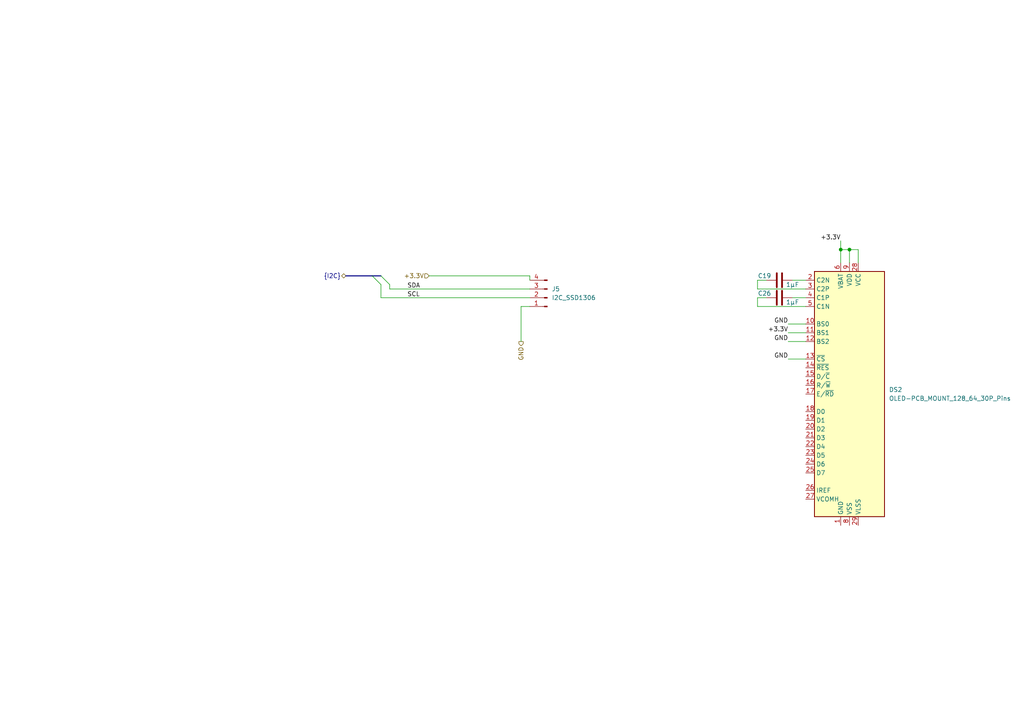
<source format=kicad_sch>
(kicad_sch (version 20250114) (generator "eeschema") (generator_version "9.0")
  (paper "A4")
  (lib_symbols
    (symbol "CREPP_Screens:OLED-PCB_MOUNT_128_64_30P_Pins"
      (property "Reference" "DS" (at -10.16 38.1 0))
      (property "Value" "OLED-PCB_MOUNT_128_64_30P_Pins" (at 12.7 38.1 0))
      (symbol "OLED-PCB_MOUNT_128_64_30P_Pins_0_1"
        (rectangle (start -10.16 35.56) (end 10.16 -35.56) (stroke (width 0.254)) (fill (type background)))
      )
      (symbol "OLED-PCB_MOUNT_128_64_30P_Pins_1_1"
        (pin passive line (at -12.7 33.02 0) (length 2.54) (name "C2N") (number "2"))
        (pin passive line (at -12.7 30.48 0) (length 2.54) (name "C2P") (number "3"))
        (pin passive line (at -12.7 27.94 0) (length 2.54) (name "C1P") (number "4"))
        (pin passive line (at -12.7 25.4 0) (length 2.54) (name "C1N") (number "5"))
        (pin input line (at -12.7 20.32 0) (length 2.54) (name "BS0") (number "10"))
        (pin input line (at -12.7 17.78 0) (length 2.54) (name "BS1") (number "11"))
        (pin input line (at -12.7 15.24 0) (length 2.54) (name "BS2") (number "12"))
        (pin input line (at -12.7 10.16 0) (length 2.54) (name "~{CS}") (number "13"))
        (pin input line (at -12.7 7.62 0) (length 2.54) (name "~{RES}") (number "14"))
        (pin input line (at -12.7 5.08 0) (length 2.54) (name "D/~{C}") (number "15"))
        (pin input line (at -12.7 2.54 0) (length 2.54) (name "R/~{W}") (number "16"))
        (pin input line (at -12.7 0 0) (length 2.54) (name "E/~{RD}") (number "17"))
        (pin bidirectional line (at -12.7 -5.08 0) (length 2.54) (name "D0") (number "18"))
        (pin bidirectional line (at -12.7 -7.62 0) (length 2.54) (name "D1") (number "19"))
        (pin bidirectional line (at -12.7 -10.16 0) (length 2.54) (name "D2") (number "20"))
        (pin bidirectional line (at -12.7 -12.7 0) (length 2.54) (name "D3") (number "21"))
        (pin bidirectional line (at -12.7 -15.24 0) (length 2.54) (name "D4") (number "22"))
        (pin bidirectional line (at -12.7 -17.78 0) (length 2.54) (name "D5") (number "23"))
        (pin bidirectional line (at -12.7 -20.32 0) (length 2.54) (name "D6") (number "24"))
        (pin bidirectional line (at -12.7 -22.86 0) (length 2.54) (name "D7") (number "25"))
        (pin passive line (at -12.7 -27.94 0) (length 2.54) (name "IREF") (number "26"))
        (pin passive line (at -12.7 -30.48 0) (length 2.54) (name "VCOMH") (number "27"))
        (pin power_in line (at -2.54 38.1 270) (length 2.54) (name "VBAT") (number "6"))
        (pin power_in line (at -2.54 -38.1 90) (length 2.54) (name "GND") (number "1"))
        (pin passive line (at -2.54 -38.1 90) (length 2.54) (hide yes) (name "GND") (number "30"))
        (pin power_in line (at 0 38.1 270) (length 2.54) (name "VDD") (number "9"))
        (pin power_in line (at 0 -38.1 90) (length 2.54) (name "VSS") (number "8"))
        (pin power_in line (at 2.54 38.1 270) (length 2.54) (name "VCC") (number "28"))
        (pin power_in line (at 2.54 -38.1 90) (length 2.54) (name "VLSS") (number "29"))
        (pin no_connect line (at 10.16 0 180) (length 2.54) (hide yes) (name "NC") (number "7"))
      )
    )
    (symbol "Connector:Conn_01x04_Pin" (pin_names (offset 1.016) (hide yes))
      (property "Reference" "J" (at 0 5.08 0))
      (property "Value" "Conn_01x04_Pin" (at 0 -7.62 0))
      (symbol "Conn_01x04_Pin_1_1"
        (rectangle (start 0.8636 2.667) (end 0 2.413) (stroke (width 0.1524)) (fill (type outline)))
        (rectangle (start 0.8636 0.127) (end 0 -0.127) (stroke (width 0.1524)) (fill (type outline)))
        (rectangle (start 0.8636 -2.413) (end 0 -2.667) (stroke (width 0.1524)) (fill (type outline)))
        (rectangle (start 0.8636 -4.953) (end 0 -5.207) (stroke (width 0.1524)) (fill (type outline)))
        (polyline (pts (xy 1.27 2.54) (xy 0.8636 2.54)) (stroke (width 0.1524)))
        (polyline (pts (xy 1.27 0) (xy 0.8636 0)) (stroke (width 0.1524)))
        (polyline (pts (xy 1.27 -2.54) (xy 0.8636 -2.54)) (stroke (width 0.1524)))
        (polyline (pts (xy 1.27 -5.08) (xy 0.8636 -5.08)) (stroke (width 0.1524)))
        (pin passive line (at 5.08 2.54 180) (length 3.81) (name "Pin_1") (number "1"))
        (pin passive line (at 5.08 0 180) (length 3.81) (name "Pin_2") (number "2"))
        (pin passive line (at 5.08 -2.54 180) (length 3.81) (name "Pin_3") (number "3"))
        (pin passive line (at 5.08 -5.08 180) (length 3.81) (name "Pin_4") (number "4"))
      )
    )
    (symbol "Device:C" (pin_numbers (hide yes)) (pin_names (offset 0.254))
      (property "Reference" "C" (at 0.635 2.54 0))
      (property "Value" "C" (at 0.635 -2.54 0))
      (symbol "C_0_1"
        (polyline (pts (xy -2.032 0.762) (xy 2.032 0.762)) (stroke (width 0.508)))
        (polyline (pts (xy -2.032 -0.762) (xy 2.032 -0.762)) (stroke (width 0.508)))
      )
      (symbol "C_1_1"
        (pin passive line (at 0 3.81 270) (length 2.794) (name "~") (number "1"))
        (pin passive line (at 0 -3.81 90) (length 2.794) (name "~") (number "2"))
      )
    )
  )
  (junction (at 243.84 72.39))
  (junction (at 246.38 72.39))
  (bus_entry (at 110.49 82.55) (size -2.54 -2.54))
  (bus_entry (at 113.03 82.55) (size -2.54 -2.54))
  (bus (pts (xy 107.95 80.01) (xy 100.33 80.01)))
  (wire (pts (xy 228.6 93.98) (xy 233.68 93.98)))
  (wire (pts (xy 243.84 72.39) (xy 243.84 76.2)))
  (wire (pts (xy 219.71 83.82) (xy 219.71 81.28)))
  (wire (pts (xy 124.46 80.01) (xy 153.67 80.01)))
  (wire (pts (xy 113.03 82.55) (xy 113.03 83.82)))
  (wire (pts (xy 228.6 99.06) (xy 233.68 99.06)))
  (wire (pts (xy 246.38 76.2) (xy 246.38 72.39)))
  (wire (pts (xy 110.49 86.36) (xy 153.67 86.36)))
  (wire (pts (xy 243.84 69.85) (xy 243.84 72.39)))
  (wire (pts (xy 219.71 86.36) (xy 219.71 88.9)))
  (wire (pts (xy 219.71 88.9) (xy 233.68 88.9)))
  (wire (pts (xy 248.92 72.39) (xy 246.38 72.39)))
  (wire (pts (xy 153.67 80.01) (xy 153.67 81.28)))
  (wire (pts (xy 113.03 83.82) (xy 153.67 83.82)))
  (wire (pts (xy 110.49 82.55) (xy 110.49 86.36)))
  (wire (pts (xy 151.13 99.06) (xy 151.13 88.9)))
  (wire (pts (xy 222.25 86.36) (xy 219.71 86.36)))
  (wire (pts (xy 228.6 96.52) (xy 233.68 96.52)))
  (wire (pts (xy 229.87 86.36) (xy 233.68 86.36)))
  (wire (pts (xy 233.68 83.82) (xy 219.71 83.82)))
  (wire (pts (xy 229.87 81.28) (xy 233.68 81.28)))
  (bus (pts (xy 110.49 80.01) (xy 107.95 80.01)))
  (wire (pts (xy 228.6 104.14) (xy 233.68 104.14)))
  (wire (pts (xy 219.71 81.28) (xy 222.25 81.28)))
  (wire (pts (xy 246.38 72.39) (xy 243.84 72.39)))
  (wire (pts (xy 151.13 88.9) (xy 153.67 88.9)))
  (wire (pts (xy 248.92 76.2) (xy 248.92 72.39)))
  (label "SCL" (at 118.11 86.36 0))
  (label "+3.3V" (at 243.84 69.85 180))
  (label "GND" (at 228.6 104.14 180))
  (label "+3.3V" (at 228.6 96.52 180))
  (label "GND" (at 228.6 93.98 180))
  (label "GND" (at 228.6 99.06 180))
  (label "SDA" (at 118.11 83.82 0))
  (hierarchical_label "+3.3V" (shape input) (at 124.46 80.01 180))
  (hierarchical_label "{I2C}" (shape bidirectional) (at 100.33 80.01 180))
  (hierarchical_label "GND" (shape output) (at 151.13 99.06 270))
  (symbol (lib_id "Device:C") (at 226.06 81.28 90) (unit 1)
    (property "Reference" "C19" (at 221.742 80.01 90))
    (property "Value" "1µF" (at 229.87 82.55 90))
    (property "Footprint" "Capacitor_SMD:C_0603_1608Metric_Pad1.08x0.95mm_HandSolder" (effects (hide yes)))
    (property "Description" "Unpolarized capacitor" (effects (hide yes)))
  )
  (symbol (lib_id "Device:C") (at 226.06 86.36 90) (unit 1)
    (property "Reference" "C26" (at 221.742 85.09 90))
    (property "Value" "1µF" (at 229.87 87.63 90))
    (property "Footprint" "Capacitor_SMD:C_0603_1608Metric_Pad1.08x0.95mm_HandSolder" (effects (hide yes)))
    (property "Description" "Unpolarized capacitor" (effects (hide yes)))
  )
  (symbol (lib_id "Connector:Conn_01x04_Pin") (at 158.75 86.36 180) (unit 1)
    (property "Reference" "J5" (at 160.02 83.8199 0) (effects (justify right)))
    (property "Value" "I2C_SSD1306" (at 160.02 86.3599 0) (effects (justify right)))
    (property "Footprint" "OLED:SSD1306_OLED_Display(128x64)" (effects (hide yes)))
  )
  (symbol (lib_id "CREPP_Screens:OLED-PCB_MOUNT_128_64_30P_Pins") (at 246.38 114.3 0) (unit 1)
    (property "Reference" "DS2" (at 257.81 113.0299 0) (effects (justify left)))
    (property "Value" "OLED-PCB_MOUNT_128_64_30P_Pins" (at 257.81 115.5699 0) (effects (justify left)))
    (property "Footprint" "CREPP_Screens:SSD1306_OLED_0.96_PCB" (effects (hide yes)))
    (property "Datasheet" "https://www.vishay.com/docs/37902/oled128o064dbpp3n00000.pdf" (effects (hide yes)))
    (property "Description" "OLED display 128x64" (effects (hide yes)))
  )
)
</source>
